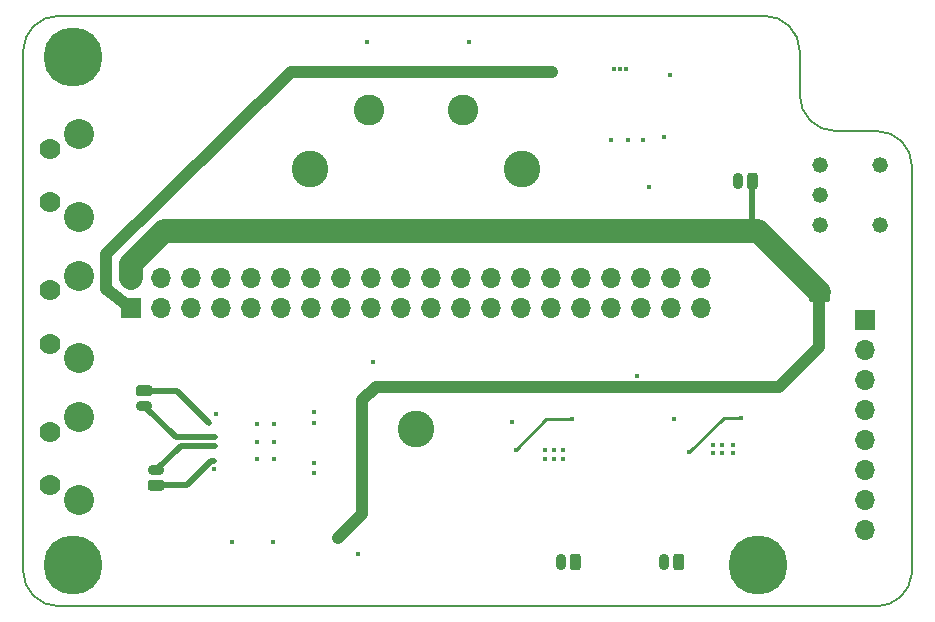
<source format=gbr>
G04 #@! TF.GenerationSoftware,KiCad,Pcbnew,(5.1.9-0-10_14)*
G04 #@! TF.CreationDate,2021-05-06T16:16:17-07:00*
G04 #@! TF.ProjectId,Luminometer_RPi,4c756d69-6e6f-46d6-9574-65725f525069,rev?*
G04 #@! TF.SameCoordinates,Original*
G04 #@! TF.FileFunction,Copper,L2,Inr*
G04 #@! TF.FilePolarity,Positive*
%FSLAX46Y46*%
G04 Gerber Fmt 4.6, Leading zero omitted, Abs format (unit mm)*
G04 Created by KiCad (PCBNEW (5.1.9-0-10_14)) date 2021-05-06 16:16:17*
%MOMM*%
%LPD*%
G01*
G04 APERTURE LIST*
G04 #@! TA.AperFunction,Profile*
%ADD10C,0.150000*%
G04 #@! TD*
G04 #@! TA.AperFunction,ComponentPad*
%ADD11C,5.000000*%
G04 #@! TD*
G04 #@! TA.AperFunction,ComponentPad*
%ADD12C,3.100000*%
G04 #@! TD*
G04 #@! TA.AperFunction,ComponentPad*
%ADD13C,0.380000*%
G04 #@! TD*
G04 #@! TA.AperFunction,ComponentPad*
%ADD14C,1.778000*%
G04 #@! TD*
G04 #@! TA.AperFunction,ComponentPad*
%ADD15C,2.540000*%
G04 #@! TD*
G04 #@! TA.AperFunction,ComponentPad*
%ADD16O,1.400000X0.900000*%
G04 #@! TD*
G04 #@! TA.AperFunction,ComponentPad*
%ADD17C,2.600000*%
G04 #@! TD*
G04 #@! TA.AperFunction,ComponentPad*
%ADD18O,0.900000X1.400000*%
G04 #@! TD*
G04 #@! TA.AperFunction,ComponentPad*
%ADD19O,1.700000X1.700000*%
G04 #@! TD*
G04 #@! TA.AperFunction,ComponentPad*
%ADD20R,1.700000X1.700000*%
G04 #@! TD*
G04 #@! TA.AperFunction,ComponentPad*
%ADD21C,1.320800*%
G04 #@! TD*
G04 #@! TA.AperFunction,ViaPad*
%ADD22C,0.400000*%
G04 #@! TD*
G04 #@! TA.AperFunction,Conductor*
%ADD23C,0.500000*%
G04 #@! TD*
G04 #@! TA.AperFunction,Conductor*
%ADD24C,2.000000*%
G04 #@! TD*
G04 #@! TA.AperFunction,Conductor*
%ADD25C,1.000000*%
G04 #@! TD*
G04 #@! TA.AperFunction,Conductor*
%ADD26C,0.250000*%
G04 #@! TD*
G04 #@! TA.AperFunction,Conductor*
%ADD27C,0.254000*%
G04 #@! TD*
G04 #@! TA.AperFunction,Conductor*
%ADD28C,0.100000*%
G04 #@! TD*
G04 APERTURE END LIST*
D10*
X178000000Y-71250000D02*
G75*
G02*
X181000000Y-74250000I0J-3000000D01*
G01*
X181000000Y-74250000D02*
X180989637Y-108750000D01*
X174500000Y-71250000D02*
X178000000Y-71250000D01*
X174500000Y-71250000D02*
G75*
G02*
X171500000Y-68250000I0J3000000D01*
G01*
X171500000Y-64500000D02*
X171500000Y-68250000D01*
X168500000Y-61500000D02*
G75*
G02*
X171500000Y-64500000I0J-3000000D01*
G01*
X108750000Y-111500000D02*
G75*
G02*
X105750000Y-108500000I0J3000000D01*
G01*
X180989637Y-108749136D02*
G75*
G02*
X178000000Y-111500000I-2989637J249136D01*
G01*
X105750000Y-64500000D02*
G75*
G02*
X108750000Y-61500000I3000000J0D01*
G01*
X105750000Y-108500000D02*
X105750000Y-64500000D01*
X178000000Y-111500000D02*
X108750000Y-111500000D01*
X108750000Y-61500000D02*
X168500000Y-61500000D01*
D11*
X168000000Y-108000000D03*
X110000000Y-108000000D03*
X110000000Y-65000000D03*
D12*
X139000000Y-96500000D03*
D13*
X125525000Y-99050000D03*
X125525000Y-97550000D03*
X125525000Y-96050000D03*
X127025000Y-99050000D03*
X127025000Y-97550000D03*
X127025000Y-96050000D03*
D14*
X108000000Y-77250000D03*
X108000000Y-72750000D03*
D15*
X110500000Y-78500000D03*
X110500000Y-71500000D03*
D14*
X108000000Y-89250000D03*
X108000000Y-84750000D03*
D15*
X110500000Y-90500000D03*
X110500000Y-83500000D03*
D14*
X108000000Y-101250000D03*
X108000000Y-96750000D03*
D15*
X110500000Y-102500000D03*
X110500000Y-95500000D03*
D16*
X116000000Y-94500000D03*
G04 #@! TA.AperFunction,ComponentPad*
G36*
G01*
X115525000Y-92800000D02*
X116475000Y-92800000D01*
G75*
G02*
X116700000Y-93025000I0J-225000D01*
G01*
X116700000Y-93475000D01*
G75*
G02*
X116475000Y-93700000I-225000J0D01*
G01*
X115525000Y-93700000D01*
G75*
G02*
X115300000Y-93475000I0J225000D01*
G01*
X115300000Y-93025000D01*
G75*
G02*
X115525000Y-92800000I225000J0D01*
G01*
G37*
G04 #@! TD.AperFunction*
X117000000Y-100000000D03*
G04 #@! TA.AperFunction,ComponentPad*
G36*
G01*
X117475000Y-101700000D02*
X116525000Y-101700000D01*
G75*
G02*
X116300000Y-101475000I0J225000D01*
G01*
X116300000Y-101025000D01*
G75*
G02*
X116525000Y-100800000I225000J0D01*
G01*
X117475000Y-100800000D01*
G75*
G02*
X117700000Y-101025000I0J-225000D01*
G01*
X117700000Y-101475000D01*
G75*
G02*
X117475000Y-101700000I-225000J0D01*
G01*
G37*
G04 #@! TD.AperFunction*
D17*
X135000000Y-69500000D03*
X143000000Y-69500000D03*
D18*
X151250000Y-107750000D03*
G04 #@! TA.AperFunction,ComponentPad*
G36*
G01*
X152950000Y-107275000D02*
X152950000Y-108225000D01*
G75*
G02*
X152725000Y-108450000I-225000J0D01*
G01*
X152275000Y-108450000D01*
G75*
G02*
X152050000Y-108225000I0J225000D01*
G01*
X152050000Y-107275000D01*
G75*
G02*
X152275000Y-107050000I225000J0D01*
G01*
X152725000Y-107050000D01*
G75*
G02*
X152950000Y-107275000I0J-225000D01*
G01*
G37*
G04 #@! TD.AperFunction*
D19*
X177000000Y-105030000D03*
X177000000Y-102490000D03*
X177000000Y-99950000D03*
X177000000Y-97410000D03*
X177000000Y-94870000D03*
X177000000Y-92330000D03*
X177000000Y-89790000D03*
D20*
X177000000Y-87250000D03*
D21*
X178330000Y-74170000D03*
X178330000Y-79250000D03*
X173250000Y-74170000D03*
X173250000Y-76710000D03*
X173250000Y-79250000D03*
D18*
X160000000Y-107750000D03*
G04 #@! TA.AperFunction,ComponentPad*
G36*
G01*
X161700000Y-107275000D02*
X161700000Y-108225000D01*
G75*
G02*
X161475000Y-108450000I-225000J0D01*
G01*
X161025000Y-108450000D01*
G75*
G02*
X160800000Y-108225000I0J225000D01*
G01*
X160800000Y-107275000D01*
G75*
G02*
X161025000Y-107050000I225000J0D01*
G01*
X161475000Y-107050000D01*
G75*
G02*
X161700000Y-107275000I0J-225000D01*
G01*
G37*
G04 #@! TD.AperFunction*
X166250000Y-75500000D03*
G04 #@! TA.AperFunction,ComponentPad*
G36*
G01*
X167950000Y-75025000D02*
X167950000Y-75975000D01*
G75*
G02*
X167725000Y-76200000I-225000J0D01*
G01*
X167275000Y-76200000D01*
G75*
G02*
X167050000Y-75975000I0J225000D01*
G01*
X167050000Y-75025000D01*
G75*
G02*
X167275000Y-74800000I225000J0D01*
G01*
X167725000Y-74800000D01*
G75*
G02*
X167950000Y-75025000I0J-225000D01*
G01*
G37*
G04 #@! TD.AperFunction*
D19*
X163133000Y-83724400D03*
X163133000Y-86264400D03*
X145353000Y-83724400D03*
X145353000Y-86264400D03*
X140273000Y-83724400D03*
X140273000Y-86264400D03*
X150433000Y-83724400D03*
X150433000Y-86264400D03*
X122493000Y-83724400D03*
X122493000Y-86264400D03*
X152973000Y-83724400D03*
X152973000Y-86264400D03*
X135193000Y-83724400D03*
X135193000Y-86264400D03*
X158053000Y-83724400D03*
X158053000Y-86264400D03*
X155513000Y-83724400D03*
X155513000Y-86264400D03*
X160593000Y-83724400D03*
X160593000Y-86264400D03*
X137733000Y-83724400D03*
X137733000Y-86264400D03*
X125033000Y-83724400D03*
X125033000Y-86264400D03*
X130113000Y-83724400D03*
X130113000Y-86264400D03*
X147893000Y-83724400D03*
X147893000Y-86264400D03*
X127573000Y-83724400D03*
X127573000Y-86264400D03*
X142813000Y-83724400D03*
X142813000Y-86264400D03*
D20*
X114873000Y-86264400D03*
D19*
X114873000Y-83724400D03*
X119953000Y-86264400D03*
X117413000Y-83724400D03*
X132653000Y-83724400D03*
X132653000Y-86264400D03*
X117413000Y-86264400D03*
X119953000Y-83724400D03*
D12*
X130000000Y-74500000D03*
X148000000Y-74500000D03*
D22*
X160000000Y-71750000D03*
X158250000Y-72000000D03*
X157000000Y-72000000D03*
X155500000Y-72000000D03*
X151450000Y-99000000D03*
X150700000Y-99000000D03*
X149950000Y-99000000D03*
X149950000Y-98250000D03*
X150700000Y-98250000D03*
X151450000Y-98250000D03*
X165850000Y-98550000D03*
X164950000Y-98550000D03*
X164150000Y-98550000D03*
X164150000Y-97850000D03*
X164950000Y-97850000D03*
X165850000Y-97850000D03*
X134900000Y-63700000D03*
X143500000Y-63700000D03*
X160500000Y-66500000D03*
X158750000Y-76000000D03*
X126900000Y-106050000D03*
X122100000Y-95250000D03*
X134100000Y-107100000D03*
X122000000Y-97200000D03*
X121450000Y-95950000D03*
X122000000Y-97900000D03*
X121950000Y-99200000D03*
X123400000Y-106050000D03*
X134450000Y-98450000D03*
X173100000Y-85400000D03*
X172500000Y-84850000D03*
X173700000Y-85400000D03*
X173700000Y-84850000D03*
X173100000Y-84850000D03*
X172500000Y-85400000D03*
X168250000Y-92900000D03*
X132400000Y-105700000D03*
X154200000Y-92900000D03*
X153600000Y-92900000D03*
X154800000Y-92900000D03*
X167700000Y-92900000D03*
X168800000Y-92900000D03*
X150500000Y-66300000D03*
X121950000Y-99900000D03*
X156750000Y-66000000D03*
X156250000Y-66000000D03*
X155750000Y-66000000D03*
X147450000Y-98250000D03*
X152200000Y-95650000D03*
X130400000Y-100250000D03*
X130400000Y-95050000D03*
X166550000Y-95550000D03*
X162150000Y-98450000D03*
X157700000Y-92000000D03*
X160850000Y-95650000D03*
X147100000Y-95900000D03*
X135400000Y-90800000D03*
X130400000Y-95950000D03*
X130350000Y-99400000D03*
D23*
X118700000Y-97200000D02*
X116000000Y-94500000D01*
X122000000Y-97200000D02*
X118700000Y-97200000D01*
X118750000Y-93250000D02*
X121450000Y-95950000D01*
X116000000Y-93250000D02*
X118750000Y-93250000D01*
X119100000Y-97900000D02*
X122000000Y-97900000D01*
X117000000Y-100000000D02*
X119100000Y-97900000D01*
X121687998Y-99200000D02*
X121950000Y-99200000D01*
X119637998Y-101250000D02*
X121687998Y-99200000D01*
X117000000Y-101250000D02*
X119637998Y-101250000D01*
D24*
X114873000Y-82522319D02*
X114873000Y-83724400D01*
X173100000Y-84850000D02*
X168000000Y-79750000D01*
X168000000Y-79750000D02*
X143678000Y-79750000D01*
X114873000Y-82522319D02*
X117645319Y-79750000D01*
D25*
X173100000Y-89523641D02*
X173100000Y-84850000D01*
X169723641Y-92900000D02*
X173100000Y-89523641D01*
X154200000Y-92900000D02*
X169723641Y-92900000D01*
X154200000Y-92900000D02*
X135600000Y-92900000D01*
X134450000Y-94050000D02*
X134450000Y-103650000D01*
X135600000Y-92900000D02*
X134450000Y-94050000D01*
X134450000Y-103650000D02*
X132400000Y-105700000D01*
D23*
X167500000Y-79250000D02*
X168000000Y-79750000D01*
X167500000Y-75500000D02*
X167500000Y-79250000D01*
D24*
X117645319Y-79750000D02*
X143678000Y-79750000D01*
D25*
X112800000Y-81700000D02*
X128400000Y-66300000D01*
X128400000Y-66300000D02*
X150500000Y-66300000D01*
X112800000Y-84600000D02*
X112800000Y-81700000D01*
X114873000Y-86264400D02*
X112800000Y-84600000D01*
D26*
X150050000Y-95650000D02*
X152200000Y-95650000D01*
X147450000Y-98250000D02*
X150050000Y-95650000D01*
X165050000Y-95550000D02*
X162150000Y-98450000D01*
X166550000Y-95550000D02*
X165050000Y-95550000D01*
D27*
X173923000Y-85573000D02*
X172377000Y-85573000D01*
X172377000Y-84627000D01*
X173923000Y-84627000D01*
X173923000Y-85573000D01*
G04 #@! TA.AperFunction,Conductor*
D28*
G36*
X173923000Y-85573000D02*
G01*
X172377000Y-85573000D01*
X172377000Y-84627000D01*
X173923000Y-84627000D01*
X173923000Y-85573000D01*
G37*
G04 #@! TD.AperFunction*
M02*

</source>
